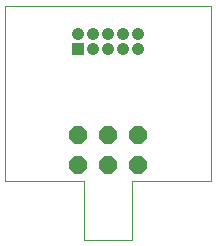
<source format=gbs>
G75*
%MOIN*%
%OFA0B0*%
%FSLAX24Y24*%
%IPPOS*%
%LPD*%
%AMOC8*
5,1,8,0,0,1.08239X$1,22.5*
%
%ADD10C,0.0000*%
%ADD11OC8,0.0600*%
%ADD12C,0.0413*%
%ADD13R,0.0413X0.0413*%
D10*
X000100Y002069D02*
X002738Y002069D01*
X002738Y000100D01*
X004313Y000100D01*
X004313Y002069D01*
X006950Y002069D01*
X006950Y007902D01*
X000100Y007902D01*
X000100Y002069D01*
D11*
X002525Y002600D03*
X002525Y003600D03*
X003525Y003600D03*
X003525Y002600D03*
X004525Y002600D03*
X004525Y003600D03*
D12*
X004525Y006475D03*
X004025Y006475D03*
X003525Y006475D03*
X003025Y006475D03*
X003025Y006975D03*
X002525Y006975D03*
X003525Y006975D03*
X004025Y006975D03*
X004525Y006975D03*
D13*
X002525Y006475D03*
M02*

</source>
